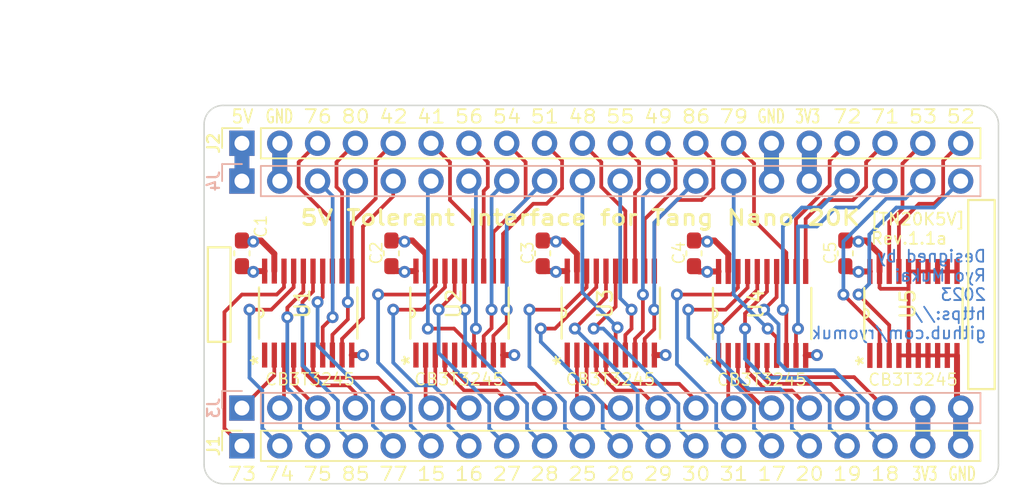
<source format=kicad_pcb>
(kicad_pcb (version 20221018) (generator pcbnew)
  (layers (0 "F.Cu" signal) (1 "In1.Cu" power) (2 "In2.Cu" power) (31 "B.Cu" signal) (34 "B.Paste" user) (35 "F.Paste" user) (36 "B.SilkS" user "B.Silkscreen") (37 "F.SilkS" user "F.Silkscreen") (38 "B.Mask" user) (39 "F.Mask" user) (44 "Edge.Cuts" user))
  (net 0 "")
  (net 1 "PIN73")
  (net 2 "PIN74")
  (net 3 "PIN75")
  (net 4 "PIN85")
  (net 5 "PIN77")
  (net 6 "PIN15")
  (net 7 "PIN16")
  (net 8 "PIN27")
  (net 9 "PIN28")
  (net 10 "PIN26")
  (net 11 "PIN25")
  (net 12 "PIN29")
  (net 13 "PIN30")
  (net 14 "PIN31")
  (net 15 "PIN17")
  (net 16 "PIN20")
  (net 17 "PIN19")
  (net 18 "PIN18")
  (net 19 "+3.3V")
  (net 20 "GND")
  (net 21 "+5V")
  (net 22 "PIN76")
  (net 23 "PIN80")
  (net 24 "PIN42")
  (net 25 "PIN41")
  (net 26 "PIN56")
  (net 27 "PIN54")
  (net 28 "PIN51")
  (net 29 "PIN48")
  (net 30 "PIN55")
  (net 31 "PIN49")
  (net 32 "PIN86")
  (net 33 "PIN79")
  (net 34 "PIN72")
  (net 35 "PIN71")
  (net 36 "PIN53")
  (net 37 "PIN52")
  (net 38 "PIN73_H")
  (net 39 "PIN74_H")
  (net 40 "PIN75_H")
  (net 41 "PIN85_H")
  (net 42 "PIN77_H")
  (net 43 "PIN15_H")
  (net 44 "PIN16_H")
  (net 45 "PIN27_H")
  (net 46 "PIN28_H")
  (net 47 "PIN26_H")
  (net 48 "PIN25_H")
  (net 49 "PIN29_H")
  (net 50 "PIN30_H")
  (net 51 "PIN31_H")
  (net 52 "PIN17_H")
  (net 53 "PIN20_H")
  (net 54 "PIN19_H")
  (net 55 "PIN18_H")
  (net 56 "PIN76_H")
  (net 57 "PIN80_H")
  (net 58 "PIN42_H")
  (net 59 "PIN41_H")
  (net 60 "PIN56_H")
  (net 61 "PIN54_H")
  (net 62 "PIN51_H")
  (net 63 "PIN48_H")
  (net 64 "PIN55_H")
  (net 65 "PIN49_H")
  (net 66 "PIN86_H")
  (net 67 "PIN79_H")
  (net 68 "PIN72_H")
  (net 69 "PIN71_H")
  (net 70 "PIN53_H")
  (net 71 "PIN52_H")
  (footprint "000_MyFootprint:PW20" (layer "F.Cu") (at 47.629 13.97 90)
    (fp_text reference "U5")
    (fp_text value "CB3T3245")
  )
  (footprint "000_MyFootprint:PinSocket_1x20_P2.54mm_Vertical" (layer "F.Cu") (at 2.54 2.54 90)
    (fp_text reference "J2")
    (fp_text value "TangNano20K")
  )
  (footprint "000_MyFootprint:PW20" (layer "F.Cu") (at 17.149 13.9446 90)
    (fp_text reference "U2")
    (fp_text value "CB3T3245")
  )
  (footprint "000_MyFootprint:C_0603_1608Metric_Pad1.08x0.95mm_HandSolder" (layer "F.Cu") (at 43.053 9.9325 90)
    (fp_text reference "C5")
    (fp_text value "0.1uF")
  )
  (footprint "000_MyFootprint:C_0603_1608Metric_Pad1.08x0.95mm_HandSolder" (layer "F.Cu") (at 12.573 9.9325 90)
    (fp_text reference "C2")
    (fp_text value "0.1uF")
  )
  (footprint "000_MyFootprint:PinSocket_1x20_P2.54mm_Vertical" (layer "F.Cu") (at 2.54 22.86 90)
    (fp_text reference "J1")
    (fp_text value "TangNano20K")
  )
  (footprint "000_MyFootprint:C_0603_1608Metric_Pad1.08x0.95mm_HandSolder" (layer "F.Cu") (at 32.893 9.9325 90)
    (fp_text reference "C4")
    (fp_text value "0.1uF")
  )
  (footprint "000_MyFootprint:C_0603_1608Metric_Pad1.08x0.95mm_HandSolder" (layer "F.Cu") (at 2.54 9.9325 90)
    (fp_text reference "C1")
    (fp_text value "0.1uF")
  )
  (footprint "000_MyFootprint:PW20" (layer "F.Cu") (at 6.989 13.9446 90)
    (fp_text reference "U1")
    (fp_text value "CB3T3245")
  )
  (footprint "000_MyFootprint:PW20" (layer "F.Cu") (at 37.469 13.97 90)
    (fp_text reference "U4")
    (fp_text value "CB3T3245")
  )
  (footprint "000_MyFootprint:PW20" (layer "F.Cu") (at 27.309 13.9446 90)
    (fp_text reference "U3")
    (fp_text value "CB3T3245")
  )
  (footprint "000_MyFootprint:C_0603_1608Metric_Pad1.08x0.95mm_HandSolder" (layer "F.Cu") (at 22.733 9.9325 90)
    (fp_text reference "C3")
    (fp_text value "0.1uF")
  )
  (footprint "000_MyFootprint:PinHeader_1x20_P2.54mm_Vertical" (layer "B.Cu") (at 2.54 5.08 -90)
    (fp_text reference "J4")
    (fp_text value "5V interface" hide)
  )
  (footprint "000_MyFootprint:PinHeader_1x20_P2.54mm_Vertical" (layer "B.Cu") (at 2.54 20.32 -90)
    (fp_text reference "J3")
    (fp_text value "5V interface" hide)
  )
  (gr_rect (start 0.254 9.525) (end 1.778 15.875) (stroke (width 0.15)) (fill none) (layer "F.SilkS"))
  (gr_rect (start 51.308 6.35) (end 53.086 19.05) (stroke (width 0.15)) (fill none) (layer "F.SilkS"))
  (gr_arc locked (start 52.07 0) (mid 52.968026 0.371974) (end 53.34 1.27) (stroke (width 0.1)) (layer "Edge.Cuts"))
  (gr_line locked (start 53.34 24.13) (end 53.34 1.27) (stroke (width 0.1)) (layer "Edge.Cuts"))
  (gr_line locked (start 52.07 0) (end 1.27 0) (stroke (width 0.1)) (layer "Edge.Cuts"))
  (gr_arc locked (start 1.27 25.4) (mid 0.371974 25.028026) (end 0 24.13) (stroke (width 0.1)) (layer "Edge.Cuts"))
  (gr_arc locked (start 53.34 24.13) (mid 52.968026 25.028026) (end 52.07 25.4) (stroke (width 0.1)) (layer "Edge.Cuts"))
  (gr_line locked (start 1.27 25.4) (end 52.07 25.4) (stroke (width 0.1)) (layer "Edge.Cuts"))
  (gr_arc locked (start 0 1.27) (mid 0.371974 0.371974) (end 1.27 0) (stroke (width 0.1)) (layer "Edge.Cuts"))
  (gr_line locked (start 0 1.27) (end 0 24.13) (stroke (width 0.1)) (layer "Edge.Cuts"))
  (gr_text "Designed by\nRyo Mukai\n2023\nhttps://\ngithub.com/ryomuk\n" (at 52.578 15.748) (layer "B.Cu") (effects (font (size 0.8 0.8) (thickness 0.12)) (justify left bottom mirror)))
  (gr_text "GND" (at 37.084 1.27) (layer "F.SilkS") (effects (font (size 0.9 0.6) (thickness 0.12)) (justify left bottom)))
  (gr_text "48" (at 24.384 1.27) (layer "F.SilkS") (effects (font (size 0.9 1) (thickness 0.12)) (justify left bottom)))
  (gr_text "30" (at 32.004 25.273) (layer "F.SilkS") (effects (font (size 0.9 1) (thickness 0.12)) (justify left bottom)))
  (gr_text "55" (at 26.924 1.27) (layer "F.SilkS") (effects (font (size 0.9 1) (thickness 0.12)) (justify left bottom)))
  (gr_text "3V3" (at 47.498 25.273) (layer "F.SilkS") (effects (font (size 0.9 0.6) (thickness 0.12)) (justify left bottom)))
  (gr_text "42" (at 11.684 1.27) (layer "F.SilkS") (effects (font (size 0.9 1) (thickness 0.12)) (justify left bottom)))
  (gr_text "5V" (at 1.778 1.27) (layer "F.SilkS") (effects (font (size 0.9 0.8) (thickness 0.12)) (justify left bottom)))
  (gr_text "GND" (at 4.064 1.27) (layer "F.SilkS") (effects (font (size 0.9 0.6) (thickness 0.12)) (justify left bottom)))
  (gr_text "56" (at 16.764 1.27) (layer "F.SilkS") (effects (font (size 0.9 1) (thickness 0.12)) (justify left bottom)))
  (gr_text "GND" (at 49.911 25.273) (layer "F.SilkS") (effects (font (size 0.9 0.6) (thickness 0.12)) (justify left bottom)))
  (gr_text "27" (at 19.304 25.273) (layer "F.SilkS") (effects (font (size 0.9 1) (thickness 0.12)) (justify left bottom)))
  (gr_text "51" (at 21.844 1.27) (layer "F.SilkS") (effects (font (size 0.9 1) (thickness 0.12)) (justify left bottom)))
  (gr_text "25" (at 24.384 25.273) (layer "F.SilkS") (effects (font (size 0.9 1) (thickness 0.12)) (justify left bottom)))
  (gr_text "16" (at 16.764 25.273) (layer "F.SilkS") (effects (font (size 0.9 1) (thickness 0.12)) (justify left bottom)))
  (gr_text "18" (at 44.704 25.273) (layer "F.SilkS") (effects (font (size 0.9 1) (thickness 0.12)) (justify left bottom)))
  (gr_text "17" (at 37.084 25.273) (layer "F.SilkS") (effects (font (size 0.9 1) (thickness 0.12)) (justify left bottom)))
  (gr_text "49" (at 29.464 1.27) (layer "F.SilkS") (effects (font (size 0.9 1) (thickness 0.12)) (justify left bottom)))
  (gr_text "20" (at 39.624 25.273) (layer "F.SilkS") (effects (font (size 0.9 1) (thickness 0.12)) (justify left bottom)))
  (gr_text "54" (at 19.304 1.27) (layer "F.SilkS") (effects (font (size 0.9 1) (thickness 0.12)) (justify left bottom)))
  (gr_text "76" (at 6.604 1.27) (layer "F.SilkS") (effects (font (size 0.9 1) (thickness 0.12)) (justify left bottom)))
  (gr_text "71" (at 44.704 1.27) (layer "F.SilkS") (effects (font (size 0.9 1) (thickness 0.12)) (justify left bottom)))
  (gr_text "77" (at 11.684 25.273) (layer "F.SilkS") (effects (font (size 0.9 1) (thickness 0.12)) (justify left bottom)))
  (gr_text "72" (at 42.164 1.27) (layer "F.SilkS") (effects (font (size 0.9 1) (thickness 0.12)) (justify left bottom)))
  (gr_text "79" (at 34.544 1.27) (layer "F.SilkS") (effects (font (size 0.9 1) (thickness 0.12)) (justify left bottom)))
  (gr_text "41" (at 14.224 1.27) (layer "F.SilkS") (effects (font (size 0.9 1) (thickness 0.12)) (justify left bottom)))
  (gr_text "85" (at 9.144 25.273) (layer "F.SilkS") (effects (font (size 0.9 1) (thickness 0.12)) (justify left bottom)))
  (gr_text "74" (at 4.064 25.273) (layer "F.SilkS") (effects (font (size 0.9 1) (thickness 0.12)) (justify left bottom)))
  (gr_text "19" (at 42.164 25.273) (layer "F.SilkS") (effects (font (size 0.9 1) (thickness 0.12)) (justify left bottom)))
  (gr_text "86" (at 32.004 1.27) (layer "F.SilkS") (effects (font (size 0.9 1) (thickness 0.12)) (justify left bottom)))
  (gr_text "73" (at 1.524 25.273) (layer "F.SilkS") (effects (font (size 0.9 1) (thickness 0.12)) (justify left bottom)))
  (gr_text "26" (at 26.924 25.273) (layer "F.SilkS") (effects (font (size 0.9 1) (thickness 0.12)) (justify left bottom)))
  (gr_text "75" (at 6.604 25.273) (layer "F.SilkS") (effects (font (size 0.9 1) (thickness 0.12)) (justify left bottom)))
  (gr_text "52" (at 49.784 1.27) (layer "F.SilkS") (effects (font (size 0.9 1) (thickness 0.12)) (justify left bottom)))
  (gr_text "80" (at 9.144 1.27) (layer "F.SilkS") (effects (font (size 0.9 1) (thickness 0.12)) (justify left bottom)))
  (gr_text "[TN20K5V]\nRev.1.1a" (at 44.704 9.398) (layer "F.SilkS") (effects (font (size 0.8 0.8) (thickness 0.12)) (justify left bottom)))
  (gr_text "31" (at 34.544 25.273) (layer "F.SilkS") (effects (font (size 0.9 1) (thickness 0.12)) (justify left bottom)))
  (gr_text "3V3" (at 39.624 1.27) (layer "F.SilkS") (effects (font (size 0.9 0.6) (thickness 0.12)) (justify left bottom)))
  (gr_text "15" (at 14.224 25.273) (layer "F.SilkS") (effects (font (size 0.9 1) (thickness 0.12)) (justify left bottom)))
  (gr_text "53" (at 47.244 1.27) (layer "F.SilkS") (effects (font (size 0.9 1) (thickness 0.12)) (justify left bottom)))
  (gr_text "5V Tolerant Interface for Tang Nano 20K" (at 6.35 8.128) (layer "F.SilkS") (effects (font (size 1 1.2) (thickness 0.2)) (justify left bottom)))
  (gr_text "29" (at 29.464 25.273) (layer "F.SilkS") (effects (font (size 0.9 1) (thickness 0.12)) (justify left bottom)))
  (gr_text "28" (at 21.844 25.273) (layer "F.SilkS") (effects (font (size 0.9 1) (thickness 0.12)) (justify left bottom)))
  (segment (start 4.877402 12.7) (end 2.54 12.7) (width 0.25) (layer "F.Cu") (net 1))
  (segment (start 1.365 21.685) (end 2.54 22.86) (width 0.25) (layer "F.Cu") (net 1))
  (segment (start 2.54 12.7) (end 1.365 13.875) (width 0.25) (layer "F.Cu") (net 1))
  (segment (start 5.364002 12.2134) (end 4.877402 12.7) (width 0.25) (layer "F.Cu") (net 1))
  (segment (start 5.364002 11.1252) (end 5.364002 12.2134) (width 0.25) (layer "F.Cu") (net 1))
  (segment (start 1.365 13.875) (end 1.365 21.685) (width 0.25) (layer "F.Cu") (net 1))
  (segment (start 6.014001 11.1252) (end 6.014001 12.2134) (width 0.25) (layer "F.Cu") (net 2))
  (segment (start 6.014001 12.2134) (end 4.511401 13.716) (width 0.25) (layer "F.Cu") (net 2))
  (segment (start 4.511401 13.716) (end 3.048 13.716) (width 0.25) (layer "F.Cu") (net 2))
  (via (at 3.048 13.716) (size 0.8) (drill 0.4) (layers "F.Cu" "B.Cu") (net 2))
  (segment (start 3.905 19.145) (end 3.905 21.685) (width 0.25) (layer "B.Cu") (net 2))
  (segment (start 3.048 13.716) (end 3.048 18.288) (width 0.25) (layer "B.Cu") (net 2))
  (segment (start 3.048 18.288) (end 3.905 19.145) (width 0.25) (layer "B.Cu") (net 2))
  (segment (start 3.905 21.685) (end 5.08 22.86) (width 0.25) (layer "B.Cu") (net 2))
  (segment (start 6.664002 12.502297) (end 5.588 13.578299) (width 0.25) (layer "F.Cu") (net 3))
  (segment (start 5.588 13.578299) (end 5.588 14.224) (width 0.25) (layer "F.Cu") (net 3))
  (segment (start 6.664002 11.1252) (end 6.664002 12.502297) (width 0.25) (layer "F.Cu") (net 3))
  (via (at 5.588 14.224) (size 0.8) (drill 0.4) (layers "F.Cu" "B.Cu") (net 3))
  (segment (start 5.588 18.976299) (end 6.445 19.833299) (width 0.25) (layer "B.Cu") (net 3))
  (segment (start 5.588 14.224) (end 5.588 18.976299) (width 0.25) (layer "B.Cu") (net 3))
  (segment (start 6.445 19.833299) (end 6.445 21.685) (width 0.25) (layer "B.Cu") (net 3))
  (segment (start 6.445 21.685) (end 7.62 22.86) (width 0.25) (layer "B.Cu") (net 3))
  (segment (start 7.314001 11.1252) (end 7.314001 12.488694) (width 0.25) (layer "F.Cu") (net 4))
  (segment (start 6.604 13.198695) (end 6.604 13.716) (width 0.25) (layer "F.Cu") (net 4))
  (segment (start 7.314001 12.488694) (end 6.604 13.198695) (width 0.25) (layer "F.Cu") (net 4))
  (via (at 6.604 13.716) (size 0.8) (drill 0.4) (layers "F.Cu" "B.Cu") (net 4))
  (segment (start 6.604 17.452299) (end 8.985 19.833299) (width 0.25) (layer "B.Cu") (net 4))
  (segment (start 6.604 13.716) (end 6.604 17.452299) (width 0.25) (layer "B.Cu") (net 4))
  (segment (start 8.985 19.833299) (end 8.985 21.685) (width 0.25) (layer "B.Cu") (net 4))
  (segment (start 8.985 21.685) (end 10.16 22.86) (width 0.25) (layer "B.Cu") (net 4))
  (segment (start 7.964002 11.1252) (end 7.964002 12.863998) (width 0.25) (layer "F.Cu") (net 5))
  (segment (start 7.964002 12.863998) (end 7.62 13.208) (width 0.25) (layer "F.Cu") (net 5))
  (via (at 7.62 13.208) (size 0.8) (drill 0.4) (layers "F.Cu" "B.Cu") (net 5))
  (segment (start 11.335 19.833299) (end 11.335 21.495) (width 0.25) (layer "B.Cu") (net 5))
  (segment (start 7.62 16.118299) (end 11.335 19.833299) (width 0.25) (layer "B.Cu") (net 5))
  (segment (start 7.62 13.208) (end 7.62 16.118299) (width 0.25) (layer "B.Cu") (net 5))
  (segment (start 11.335 21.495) (end 12.7 22.86) (width 0.25) (layer "B.Cu") (net 5))
  (segment (start 14.965201 12.7) (end 15.524002 12.141199) (width 0.25) (layer "F.Cu") (net 6))
  (segment (start 11.684 12.7) (end 14.965201 12.7) (width 0.25) (layer "F.Cu") (net 6))
  (segment (start 15.524002 12.141199) (end 15.524002 11.1252) (width 0.25) (layer "F.Cu") (net 6))
  (via (at 11.684 12.7) (size 0.8) (drill 0.4) (layers "F.Cu" "B.Cu") (net 6))
  (segment (start 11.684 17.272) (end 11.684 12.7) (width 0.25) (layer "B.Cu") (net 6))
  (segment (start 13.875 19.463) (end 11.684 17.272) (width 0.25) (layer "B.Cu") (net 6))
  (segment (start 13.875 21.495) (end 13.875 19.463) (width 0.25) (layer "B.Cu") (net 6))
  (segment (start 15.24 22.86) (end 13.875 21.495) (width 0.25) (layer "B.Cu") (net 6))
  (segment (start 16.174001 11.1252) (end 16.174001 12.2134) (width 0.25) (layer "F.Cu") (net 7))
  (segment (start 16.174001 12.2134) (end 14.671401 13.716) (width 0.25) (layer "F.Cu") (net 7))
  (segment (start 14.671401 13.716) (end 12.7 13.716) (width 0.25) (layer "F.Cu") (net 7))
  (via (at 12.7 13.716) (size 0.8) (drill 0.4) (layers "F.Cu" "B.Cu") (net 7))
  (segment (start 16.415 21.495) (end 16.415 19.833299) (width 0.25) (layer "B.Cu") (net 7))
  (segment (start 16.415 19.833299) (end 15.377701 18.796) (width 0.25) (layer "B.Cu") (net 7))
  (segment (start 14.224 18.796) (end 12.7 17.272) (width 0.25) (layer "B.Cu") (net 7))
  (segment (start 17.78 22.86) (end 16.415 21.495) (width 0.25) (layer "B.Cu") (net 7))
  (segment (start 15.377701 18.796) (end 14.224 18.796) (width 0.25) (layer "B.Cu") (net 7))
  (segment (start 12.7 17.272) (end 12.7 13.716) (width 0.25) (layer "B.Cu") (net 7))
  (segment (start 16.824002 12.639998) (end 15.748 13.716) (width 0.25) (layer "F.Cu") (net 8))
  (segment (start 16.824002 11.1252) (end 16.824002 12.639998) (width 0.25) (layer "F.Cu") (net 8))
  (via (at 15.748 13.716) (size 0.8) (drill 0.4) (layers "F.Cu" "B.Cu") (net 8))
  (segment (start 19.145 20.023299) (end 19.145 21.685) (width 0.25) (layer "B.Cu") (net 8))
  (segment (start 15.748 16.626299) (end 19.145 20.023299) (width 0.25) (layer "B.Cu") (net 8))
  (segment (start 15.748 13.716) (end 15.748 16.626299) (width 0.25) (layer "B.Cu") (net 8))
  (segment (start 19.145 21.685) (end 20.32 22.86) (width 0.25) (layer "B.Cu") (net 8))
  (segment (start 17.474001 11.1252) (end 17.474001 13.664001) (width 0.25) (layer "F.Cu") (net 9))
  (segment (start 17.474001 13.664001) (end 17.526 13.716) (width 0.25) (layer "F.Cu") (net 9))
  (via (at 17.526 13.716) (size 0.8) (drill 0.4) (layers "F.Cu" "B.Cu") (net 9))
  (segment (start 21.685 21.685) (end 22.86 22.86) (width 0.25) (layer "B.Cu") (net 9))
  (segment (start 17.526 15.864299) (end 21.685 20.023299) (width 0.25) (layer "B.Cu") (net 9))
  (segment (start 21.685 20.023299) (end 21.685 21.685) (width 0.25) (layer "B.Cu") (net 9))
  (segment (start 17.526 13.716) (end 17.526 15.864299) (width 0.25) (layer "B.Cu") (net 9))
  (segment (start 26.334001 11.1252) (end 26.334001 12.2134) (width 0.25) (layer "F.Cu") (net 10))
  (segment (start 26.334001 12.2134) (end 23.561401 14.986) (width 0.25) (layer "F.Cu") (net 10))
  (segment (start 23.561401 14.986) (end 22.606 14.986) (width 0.25) (layer "F.Cu") (net 10))
  (via (at 22.606 14.986) (size 0.8) (drill 0.4) (layers "F.Cu" "B.Cu") (net 10))
  (segment (start 26.765 20.023299) (end 26.765 21.685) (width 0.25) (layer "B.Cu") (net 10))
  (segment (start 22.606 14.986) (end 22.606 15.864299) (width 0.25) (layer "B.Cu") (net 10))
  (segment (start 22.606 15.864299) (end 26.765 20.023299) (width 0.25) (layer "B.Cu") (net 10))
  (segment (start 26.765 21.685) (end 27.94 22.86) (width 0.25) (layer "B.Cu") (net 10))
  (segment (start 24.181402 13.716) (end 21.844 13.716) (width 0.25) (layer "F.Cu") (net 11))
  (segment (start 25.684002 12.2134) (end 24.181402 13.716) (width 0.25) (layer "F.Cu") (net 11))
  (segment (start 25.684002 11.1252) (end 25.684002 12.2134) (width 0.25) (layer "F.Cu") (net 11))
  (via (at 21.844 13.716) (size 0.8) (drill 0.4) (layers "F.Cu" "B.Cu") (net 11))
  (segment (start 24.225 19.907) (end 24.225 21.685) (width 0.25) (layer "B.Cu") (net 11))
  (segment (start 24.225 21.685) (end 25.4 22.86) (width 0.25) (layer "B.Cu") (net 11))
  (segment (start 21.844 13.716) (end 21.844 17.526) (width 0.25) (layer "B.Cu") (net 11))
  (segment (start 21.844 17.526) (end 24.225 19.907) (width 0.25) (layer "B.Cu") (net 11))
  (segment (start 26.984002 11.1252) (end 26.984002 12.893998) (width 0.25) (layer "F.Cu") (net 12))
  (segment (start 26.984002 12.893998) (end 24.892 14.986) (width 0.25) (layer "F.Cu") (net 12))
  (via (at 24.892 14.986) (size 0.8) (drill 0.4) (layers "F.Cu" "B.Cu") (net 12))
  (segment (start 29.115 21.495) (end 30.48 22.86) (width 0.25) (layer "B.Cu") (net 12))
  (segment (start 24.892 14.986) (end 29.115 19.209) (width 0.25) (layer "B.Cu") (net 12))
  (segment (start 29.115 19.209) (end 29.115 21.495) (width 0.25) (layer "B.Cu") (net 12))
  (segment (start 27.634001 11.1252) (end 27.634001 13.513999) (width 0.25) (layer "F.Cu") (net 13))
  (segment (start 27.634001 13.513999) (end 26.162 14.986) (width 0.25) (layer "F.Cu") (net 13))
  (via (at 26.162 14.986) (size 0.8) (drill 0.4) (layers "F.Cu" "B.Cu") (net 13))
  (segment (start 26.807701 14.986) (end 31.845 20.023299) (width 0.25) (layer "B.Cu") (net 13))
  (segment (start 26.162 14.986) (end 26.807701 14.986) (width 0.25) (layer "B.Cu") (net 13))
  (segment (start 31.845 20.023299) (end 31.845 21.685) (width 0.25) (layer "B.Cu") (net 13))
  (segment (start 31.845 21.685) (end 33.02 22.86) (width 0.25) (layer "B.Cu") (net 13))
  (segment (start 35.382802 12.7) (end 31.75 12.7) (width 0.25) (layer "F.Cu") (net 14))
  (segment (start 35.844002 12.2388) (end 35.382802 12.7) (width 0.25) (layer "F.Cu") (net 14))
  (segment (start 35.844002 11.1506) (end 35.844002 12.2388) (width 0.25) (layer "F.Cu") (net 14))
  (via (at 31.75 12.7) (size 0.8) (drill 0.4) (layers "F.Cu" "B.Cu") (net 14))
  (segment (start 31.75 17.388299) (end 34.385 20.023299) (width 0.25) (layer "B.Cu") (net 14))
  (segment (start 34.385 21.685) (end 35.56 22.86) (width 0.25) (layer "B.Cu") (net 14))
  (segment (start 34.385 20.023299) (end 34.385 21.685) (width 0.25) (layer "B.Cu") (net 14))
  (segment (start 31.75 12.7) (end 31.75 17.388299) (width 0.25) (layer "B.Cu") (net 14))
  (segment (start 35.016801 13.716) (end 32.512 13.716) (width 0.25) (layer "F.Cu") (net 15))
  (segment (start 36.494001 11.1506) (end 36.494001 12.2388) (width 0.25) (layer "F.Cu") (net 15))
  (segment (start 36.494001 12.2388) (end 35.016801 13.716) (width 0.25) (layer "F.Cu") (net 15))
  (via (at 32.512 13.716) (size 0.8) (drill 0.4) (layers "F.Cu" "B.Cu") (net 15))
  (segment (start 36.925 20.023299) (end 36.925 21.685) (width 0.25) (layer "B.Cu") (net 15))
  (segment (start 36.925 21.685) (end 38.1 22.86) (width 0.25) (layer "B.Cu") (net 15))
  (segment (start 32.512 13.716) (end 32.512 15.610299) (width 0.25) (layer "B.Cu") (net 15))
  (segment (start 32.512 15.610299) (end 36.925 20.023299) (width 0.25) (layer "B.Cu") (net 15))
  (segment (start 37.144002 12.385998) (end 34.544 14.986) (width 0.25) (layer "F.Cu") (net 16))
  (segment (start 37.144002 11.1506) (end 37.144002 12.385998) (width 0.25) (layer "F.Cu") (net 16))
  (via (at 34.544 14.986) (size 0.8) (drill 0.4) (layers "F.Cu" "B.Cu") (net 16))
  (segment (start 39.465 21.685) (end 40.64 22.86) (width 0.25) (layer "B.Cu") (net 16))
  (segment (start 34.544 17.005903) (end 36.582049 19.043952) (width 0.25) (layer "B.Cu") (net 16))
  (segment (start 38.675653 19.043952) (end 39.465 19.833299) (width 0.25) (layer "B.Cu") (net 16))
  (segment (start 34.544 14.986) (end 34.544 17.005903) (width 0.25) (layer "B.Cu") (net 16))
  (segment (start 39.465 19.833299) (end 39.465 21.685) (width 0.25) (layer "B.Cu") (net 16))
  (segment (start 36.582049 19.043952) (end 38.675653 19.043952) (width 0.25) (layer "B.Cu") (net 16))
  (segment (start 37.794001 11.1506) (end 37.794001 12.497999) (width 0.25) (layer "F.Cu") (net 17))
  (segment (start 37.794001 12.497999) (end 36.322 13.97) (width 0.25) (layer "F.Cu") (net 17))
  (segment (start 36.322 13.97) (end 36.322 14.986) (width 0.25) (layer "F.Cu") (net 17))
  (via (at 36.322 14.986) (size 0.8) (drill 0.4) (layers "F.Cu" "B.Cu") (net 17))
  (segment (start 40.386 18.288) (end 42.005 19.907) (width 0.25) (layer "B.Cu") (net 17))
  (segment (start 42.005 21.685) (end 43.18 22.86) (width 0.25) (layer "B.Cu") (net 17))
  (segment (start 37.592 18.288) (end 40.386 18.288) (width 0.25) (layer "B.Cu") (net 17))
  (segment (start 36.322 14.986) (end 36.322 17.018) (width 0.25) (layer "B.Cu") (net 17))
  (segment (start 42.005 19.907) (end 42.005 21.685) (width 0.25) (layer "B.Cu") (net 17))
  (segment (start 36.322 17.018) (end 37.592 18.288) (width 0.25) (layer "B.Cu") (net 17))
  (segment (start 38.444002 12.872596) (end 37.600598 13.716) (width 0.25) (layer "F.Cu") (net 18))
  (segment (start 38.444002 11.1506) (end 38.444002 12.872596) (width 0.25) (layer "F.Cu") (net 18))
  (via (at 37.600598 13.716) (size 0.8) (drill 0.4) (layers "F.Cu" "B.Cu") (net 18))
  (segment (start 38.571 17.235) (end 39.116 17.78) (width 0.25) (layer "B.Cu") (net 18))
  (segment (start 42.301701 17.78) (end 44.545 20.023299) (width 0.25) (layer "B.Cu") (net 18))
  (segment (start 44.545 21.685) (end 45.72 22.86) (width 0.25) (layer "B.Cu") (net 18))
  (segment (start 44.545 20.023299) (end 44.545 21.685) (width 0.25) (layer "B.Cu") (net 18))
  (segment (start 39.116 17.78) (end 42.301701 17.78) (width 0.25) (layer "B.Cu") (net 18))
  (segment (start 38.571 14.686402) (end 38.571 17.235) (width 0.25) (layer "B.Cu") (net 18))
  (segment (start 37.600598 13.716) (end 38.571 14.686402) (width 0.25) (layer "B.Cu") (net 18))
  (segment (start 3.302 11.176) (end 3.2512 11.1252) (width 0.4) (layer "F.Cu") (net 19))
  (segment (start 33.2486 11.1506) (end 32.893 10.795) (width 0.4) (layer "F.Cu") (net 19))
  (segment (start 13.4112 11.1252) (end 12.9032 11.1252) (width 0.4) (layer "F.Cu") (net 19))
  (segment (start 33.7566 11.1506) (end 33.2486 11.1506) (width 0.4) (layer "F.Cu") (net 19))
  (segment (start 14.224002 11.1252) (end 13.5128 11.1252) (width 0.4) (layer "F.Cu") (net 19))
  (segment (start 2.8702 11.1252) (end 2.54 10.795) (width 0.4) (layer "F.Cu") (net 19))
  (segment (start 34.544002 11.1506) (end 33.8074 11.1506) (width 0.4) (layer "F.Cu") (net 19))
  (segment (start 13.5128 11.1252) (end 13.462 11.176) (width 0.4) (layer "F.Cu") (net 19))
  (segment (start 4.064002 11.1252) (end 3.3528 11.1252) (width 0.4) (layer "F.Cu") (net 19))
  (segment (start 23.6728 11.1252) (end 23.622 11.176) (width 0.4) (layer "F.Cu") (net 19))
  (segment (start 33.782 11.176) (end 33.7566 11.1506) (width 0.4) (layer "F.Cu") (net 19))
  (segment (start 23.0632 11.1252) (end 22.733 10.795) (width 0.4) (layer "F.Cu") (net 19))
  (segment (start 23.622 11.176) (end 23.5712 11.1252) (width 0.4) (layer "F.Cu") (net 19))
  (segment (start 44.704002 11.1506) (end 43.9674 11.1506) (width 0.4) (layer "F.Cu") (net 19))
  (segment (start 40.64 2.54) (end 40.64 5.08) (width 1) (layer "F.Cu") (net 19))
  (segment (start 43.4086 11.1506) (end 43.053 10.795) (width 0.4) (layer "F.Cu") (net 19))
  (segment (start 48.26 22.86) (end 48.26 20.32) (width 1) (layer "F.Cu") (net 19))
  (segment (start 13.462 11.176) (end 13.4112 11.1252) (width 0.4) (layer "F.Cu") (net 19))
  (segment (start 24.384002 11.1252) (end 23.6728 11.1252) (width 0.4) (layer "F.Cu") (net 19))
  (segment (start 23.5712 11.1252) (end 23.0632 11.1252) (width 0.4) (layer "F.Cu") (net 19))
  (segment (start 43.9166 11.1506) (end 43.4086 11.1506) (width 0.4) (layer "F.Cu") (net 19))
  (segment (start 3.2512 11.1252) (end 2.8702 11.1252) (width 0.4) (layer "F.Cu") (net 19))
  (segment (start 33.8074 11.1506) (end 33.782 11.176) (width 0.4) (layer "F.Cu") (net 19))
  (segment (start 43.9674 11.1506) (end 43.942 11.176) (width 0.4) (layer "F.Cu") (net 19))
  (segment (start 43.942 11.176) (end 43.9166 11.1506) (width 0.4) (layer "F.Cu") (net 19))
  (segment (start 3.3528 11.1252) (end 3.302 11.176) (width 0.4) (layer "F.Cu") (net 19))
  (segment (start 12.9032 11.1252) (end 12.573 10.795) (width 0.4) (layer "F.Cu") (net 19))
  (via (at 43.942 11.176) (size 0.8) (drill 0.4) (layers "F.Cu" "B.Cu") (net 19))
  (via (at 33.782 11.176) (size 0.8) (drill 0.4) (layers "F.Cu" "B.Cu") (net 19))
  (via (at 3.302 11.176) (size 0.8) (drill 0.4) (layers "F.Cu" "B.Cu") (net 19))
  (via (at 13.462 11.176) (size 0.8) (drill 0.4) (layers "F.Cu" "B.Cu") (net 19))
  (via (at 23.622 11.176) (size 0.8) (drill 0.4) (layers "F.Cu" "B.Cu") (net 19))
  (segment (start 48.26 22.86) (end 48.26 20.32) (width 1) (layer "B.Cu") (net 19))
  (segment (start 40.64 5.08) (end 40.64 2.54) (width 1) (layer "B.Cu") (net 19))
  (segment (start 47.229002 12.3138) (end 45.429001 12.3138) (width 0.25) (layer "F.Cu") (net 20))
  (segment (start 47.304002 12.2388) (end 47.229002 12.3138) (width 0.25) (layer "F.Cu") (net 20))
  (segment (start 3.376 9.07) (end 3.302 9.144) (width 0.4) (layer "F.Cu") (net 20))
  (segment (start 3.302 9.144) (end 3.228 9.07) (width 0.4) (layer "F.Cu") (net 20))
  (segment (start 4.714001 11.1252) (end 4.714001 9.959199) (width 0.4) (layer "F.Cu") (net 20))
  (segment (start 47.304002 11.1506) (end 47.304002 16.789397) (width 0.25) (layer "F.Cu") (net 20))
  (segment (start 45.429001 12.3138) (end 45.354001 12.2388) (width 0.25) (layer "F.Cu") (net 20))
  (segment (start 10.668 16.764) (end 9.913998 16.764) (width 0.4) (layer "F.Cu") (net 20))
  (segment (start 50.553998 20.073998) (end 50.8 20.32) (width 0.4) (layer "F.Cu") (net 20))
  (segment (start 38.1 2.54) (end 38.1 5.08) (width 1) (layer "F.Cu") (net 20))
  (segment (start 3.824802 9.07) (end 3.376 9.07) (width 0.4) (layer "F.Cu") (net 20))
  (segment (start 35.194001 11.1506) (end 35.194001 9.984599) (width 0.4) (layer "F.Cu") (net 20))
  (segment (start 50.8 22.86) (end 50.8 20.32) (width 1) (layer "F.Cu") (net 20))
  (segment (start 43.942 9.144) (end 43.868 9.07) (width 0.4) (layer "F.Cu") (net 20))
  (segment (start 13.536 9.07) (end 13.462 9.144) (width 0.4) (layer "F.Cu") (net 20))
  (segment (start 33.708 9.07) (end 32.893 9.07) (width 0.4) (layer "F.Cu") (net 20))
  (segment (start 46.654001 16.7894) (end 50.553998 16.7894) (width 0.25) (layer "F.Cu") (net 20))
  (segment (start 30.988 16.764) (end 30.233998 16.764) (width 0.4) (layer "F.Cu") (net 20))
  (segment (start 47.304002 16.789397) (end 47.303999 16.7894) (width 0.25) (layer "F.Cu") (net 20))
  (segment (start 13.462 9.144) (end 13.388 9.07) (width 0.4) (layer "F.Cu") (net 20))
  (segment (start 25.034001 9.959199) (end 24.144802 9.07) (width 0.4) (layer "F.Cu") (net 20))
  (segment (start 40.419398 16.764) (end 40.393998 16.7894) (width 0.4) (layer "F.Cu") (net 20))
  (segment (start 44.016 9.07) (end 43.942 9.144) (width 0.4) (layer "F.Cu") (net 20))
  (segment (start 33.782 9.144) (end 33.708 9.07) (width 0.4) (layer "F.Cu") (net 20))
  (segment (start 45.354001 12.2388) (end 45.354001 11.1506) (width 0.25) (layer "F.Cu") (net 20))
  (segment (start 24.144802 9.07) (end 23.696 9.07) (width 0.4) (layer "F.Cu") (net 20))
  (segment (start 25.034001 11.1252) (end 25.034001 9.959199) (width 0.4) (layer "F.Cu") (net 20))
  (segment (start 3.228 9.07) (end 2.54 9.07) (width 0.4) (layer "F.Cu") (net 20))
  (segment (start 23.696 9.07) (end 23.622 9.144) (width 0.4) (layer "F.Cu") (net 20))
  (segment (start 14.874001 11.1252) (end 14.874001 9.959199) (width 0.4) (layer "F.Cu") (net 20))
  (segment (start 34.279402 9.07) (end 33.856 9.07) (width 0.4) (layer "F.Cu") (net 20))
  (segment (start 44.439402 9.07) (end 44.016 9.07) (width 0.4) (layer "F.Cu") (net 20))
  (segment (start 47.304002 11.1506) (end 47.304002 12.2388) (width 0.25) (layer "F.Cu") (net 20))
  (segment (start 45.354001 9.984599) (end 44.439402 9.07) (width 0.4) (layer "F.Cu") (net 20))
  (segment (start 13.984802 9.07) (end 13.536 9.07) (width 0.4) (layer "F.Cu") (net 20))
  (segment (start 23.622 9.144) (end 23.548 9.07) (width 0.4) (layer "F.Cu") (net 20))
  (segment (start 50.553998 16.7894) (end 50.553998 20.073998) (width 0.4) (layer "F.Cu") (net 20))
  (segment (start 13.388 9.07) (end 12.573 9.07) (width 0.4) (layer "F.Cu") (net 20))
  (segment (start 41.148 16.764) (end 40.419398 16.764) (width 0.4) (layer "F.Cu") (net 20))
  (segment (start 35.194001 9.984599) (end 34.279402 9.07) (width 0.4) (layer "F.Cu") (net 20))
  (segment (start 50.554 11.1506) (end 47.304002 11.1506) (width 0.25) (layer "F.Cu") (net 20))
  (segment (start 14.874001 9.959199) (end 13.984802 9.07) (width 0.4) (layer "F.Cu") (net 20))
  (segment (start 45.354001 11.1506) (end 45.354001 9.984599) (width 0.4) (layer "F.Cu") (net 20))
  (segment (start 5.08 2.54) (end 5.08 5.08) (width 1) (layer "F.Cu") (net 20))
  (segment (start 23.548 9.07) (end 22.733 9.07) (width 0.4) (layer "F.Cu") (net 20))
  (segment (start 33.856 9.07) (end 33.782 9.144) (width 0.4) (layer "F.Cu") (net 20))
  (segment (start 4.714001 9.959199) (end 3.824802 9.07) (width 0.4) (layer "F.Cu") (net 20))
  (segment (start 20.828 16.764) (end 20.073998 16.764) (width 0.4) (layer "F.Cu") (net 20))
  (segment (start 43.868 9.07) (end 43.053 9.07) (width 0.4) (layer "F.Cu") (net 20))
  (via (at 3.302 9.144) (size 0.8) (drill 0.4) (layers "F.Cu" "B.Cu") (net 20))
  (via (at 23.622 9.144) (size 0.8) (drill 0.4) (layers "F.Cu" "B.Cu") (net 20))
  (via (at 43.942 9.144) (size 0.8) (drill 0.4) (layers "F.Cu" "B.Cu") (net 20))
  (via (at 33.782 9.144) (size 0.8) (drill 0.4) (layers "F.Cu" "B.Cu") (net 20))
  (via (at 13.462 9.144) (size 0.8) (drill 0.4) (layers "F.Cu" "B.Cu") (net 20))
  (via (at 10.668 16.764) (size 0.8) (drill 0.4) (layers "F.Cu" "B.Cu") (net 20))
  (via (at 30.988 16.764) (size 0.8) (drill 0.4) (layers "F.Cu" "B.Cu") (net 20))
  (via (at 41.148 16.764) (size 0.8) (drill 0.4) (layers "F.Cu" "B.Cu") (net 20))
  (via (at 20.828 16.764) (size 0.8) (drill 0.4) (layers "F.Cu" "B.Cu") (net 20))
  (segment (start 5.08 5.08) (end 5.08 2.54) (width 1) (layer "B.Cu") (net 20))
  (segment (start 38.1 5.08) (end 38.1 2.54) (width 1) (layer "B.Cu") (net 20))
  (segment (start 50.8 22.86) (end 50.8 20.32) (width 1) (layer "B.Cu") (net 20))
  (segment (start 2.54 2.54) (end 2.54 5.08) (width 1) (layer "F.Cu") (net 21))
  (segment (start 2.54 5.08) (end 2.54 2.54) (width 1) (layer "B.Cu") (net 21))
  (segment (start 8.614001 7.735702) (end 6.35 5.471701) (width 0.25) (layer "F.Cu") (net 22))
  (segment (start 6.35 5.471701) (end 6.35 3.81) (width 0.25) (layer "F.Cu") (net 22))
  (segment (start 6.35 3.81) (end 7.62 2.54) (width 0.25) (layer "F.Cu") (net 22))
  (segment (start 8.614001 11.1252) (end 8.614001 7.735702) (width 0.25) (layer "F.Cu") (net 22))
  (segment (start 8.89 3.81) (end 10.16 2.54) (width 0.25) (layer "F.Cu") (net 23))
  (segment (start 9.264002 5.845703) (end 8.89 5.471701) (width 0.25) (layer "F.Cu") (net 23))
  (segment (start 9.264002 11.1252) (end 9.264002 5.845703) (width 0.25) (layer "F.Cu") (net 23))
  (segment (start 8.89 5.471701) (end 8.89 3.81) (width 0.25) (layer "F.Cu") (net 23))
  (segment (start 11.525 3.715) (end 12.7 2.54) (width 0.25) (layer "F.Cu") (net 24))
  (segment (start 9.914 7.866) (end 11.525 6.255) (width 0.25) (layer "F.Cu") (net 24))
  (segment (start 9.914 11.1252) (end 9.914 7.866) (width 0.25) (layer "F.Cu") (net 24))
  (segment (start 11.525 6.255) (end 11.525 3.715) (width 0.25) (layer "F.Cu") (net 24))
  (segment (start 16.51 3.81) (end 15.24 2.54) (width 0.25) (layer "F.Cu") (net 25))
  (segment (start 18.124002 11.1252) (end 18.124002 7.964002) (width 0.25) (layer "F.Cu") (net 25))
  (segment (start 18.124002 7.964002) (end 16.51 6.35) (width 0.25) (layer "F.Cu") (net 25))
  (segment (start 16.51 6.35) (end 16.51 3.81) (width 0.25) (layer "F.Cu") (net 25))
  (segment (start 18.774001 11.1252) (end 18.774001 5.7477) (width 0.25) (layer "F.Cu") (net 26))
  (segment (start 19.05 5.471701) (end 19.05 3.81) (width 0.25) (layer "F.Cu") (net 26))
  (segment (start 19.05 3.81) (end 17.78 2.54) (width 0.25) (layer "F.Cu") (net 26))
  (segment (start 18.774001 5.7477) (end 19.05 5.471701) (width 0.25) (layer "F.Cu") (net 26))
  (segment (start 21.59 3.81) (end 20.32 2.54) (width 0.25) (layer "F.Cu") (net 27))
  (segment (start 21.59 6.35) (end 21.59 3.81) (width 0.25) (layer "F.Cu") (net 27))
  (segment (start 19.424002 8.515998) (end 21.59 6.35) (width 0.25) (layer "F.Cu") (net 27))
  (segment (start 19.424002 11.1252) (end 19.424002 8.515998) (width 0.25) (layer "F.Cu") (net 27))
  (segment (start 22.997701 6.604) (end 24.035 5.566701) (width 0.25) (layer "F.Cu") (net 28))
  (segment (start 24.035 5.566701) (end 24.035 3.715) (width 0.25) (layer "F.Cu") (net 28))
  (segment (start 20.074 8.628) (end 22.098 6.604) (width 0.25) (layer "F.Cu") (net 28))
  (segment (start 20.074 11.1252) (end 20.074 8.628) (width 0.25) (layer "F.Cu") (net 28))
  (segment (start 24.035 3.715) (end 22.86 2.54) (width 0.25) (layer "F.Cu") (net 28))
  (segment (start 22.098 6.604) (end 22.997701 6.604) (width 0.25) (layer "F.Cu") (net 28))
  (segment (start 28.284002 7.085703) (end 26.67 5.471701) (width 0.25) (layer "F.Cu") (net 29))
  (segment (start 28.284002 11.1252) (end 28.284002 7.085703) (width 0.25) (layer "F.Cu") (net 29))
  (segment (start 26.67 3.81) (end 25.4 2.54) (width 0.25) (layer "F.Cu") (net 29))
  (segment (start 26.67 5.471701) (end 26.67 3.81) (width 0.25) (layer "F.Cu") (net 29))
  (segment (start 28.934001 5.863999) (end 29.21 5.588) (width 0.25) (layer "F.Cu") (net 30))
  (segment (start 28.934001 11.1252) (end 28.934001 5.863999) (width 0.25) (layer "F.Cu") (net 30))
  (segment (start 29.21 3.81) (end 27.94 2.54) (width 0.25) (layer "F.Cu") (net 30))
  (segment (start 29.21 5.588) (end 29.21 3.81) (width 0.25) (layer "F.Cu") (net 30))
  (segment (start 29.584002 11.1252) (end 29.584002 7.637699) (width 0.25) (layer "F.Cu") (net 31))
  (segment (start 29.584002 7.637699) (end 31.655 5.566701) (width 0.25) (layer "F.Cu") (net 31))
  (segment (start 31.655 3.715) (end 30.48 2.54) (width 0.25) (layer "F.Cu") (net 31))
  (segment (start 31.655 5.566701) (end 31.655 3.715) (width 0.25) (layer "F.Cu") (net 31))
  (segment (start 30.234 11.1252) (end 30.234 7.866) (width 0.25) (layer "F.Cu") (net 32))
  (segment (start 34.195 5.566701) (end 34.195 3.715) (width 0.25) (layer "F.Cu") (net 32))
  (segment (start 34.195 3.715) (end 33.02 2.54) (width 0.25) (layer "F.Cu") (net 32))
  (segment (start 30.234 7.866) (end 31.75 6.35) (width 0.25) (layer "F.Cu") (net 32))
  (segment (start 33.411701 6.35) (end 34.195 5.566701) (width 0.25) (layer "F.Cu") (net 32))
  (segment (start 31.75 6.35) (end 33.411701 6.35) (width 0.25) (layer "F.Cu") (net 32))
  (segment (start 36.925 3.905) (end 35.56 2.54) (width 0.25) (layer "F.Cu") (net 33))
  (segment (start 39.094001 9.884001) (end 36.925 7.715) (width 0.25) (layer "F.Cu") (net 33))
  (segment (start 39.094001 11.1506) (end 39.094001 9.884001) (width 0.25) (layer "F.Cu") (net 33))
  (segment (start 36.925 7.715) (end 36.925 3.905) (width 0.25) (layer "F.Cu") (net 33))
  (segment (start 39.744002 11.1506) (end 39.744002 7.637699) (width 0.25) (layer "F.Cu") (net 34))
  (segment (start 42.005 5.376701) (end 42.005 3.715) (width 0.25) (layer "F.Cu") (net 34))
  (segment (start 42.005 3.715) (end 43.18 2.54) (width 0.25) (layer "F.Cu") (net 34))
  (segment (start 39.744002 7.637699) (end 42.005 5.376701) (width 0.25) (layer "F.Cu") (net 34))
  (segment (start 40.394 11.1506) (end 40.394 7.624097) (width 0.25) (layer "F.Cu") (net 35))
  (segment (start 43.565653 6.356048) (end 44.45 5.471701) (width 0.25) (layer "F.Cu") (net 35))
  (segment (start 41.662049 6.356048) (end 43.565653 6.356048) (width 0.25) (layer "F.Cu") (net 35))
  (segment (start 40.394 7.624097) (end 41.662049 6.356048) (width 0.25) (layer "F.Cu") (net 35))
  (segment (start 44.45 5.471701) (end 44.45 3.81) (width 0.25) (layer "F.Cu") (net 35))
  (segment (start 44.45 3.81) (end 45.72 2.54) (width 0.25) (layer "F.Cu") (net 35))
  (segment (start 46.895 6.953) (end 46.895 3.905) (width 0.25) (layer "F.Cu") (net 36))
  (segment (start 46.004002 7.843998) (end 46.895 6.953) (width 0.25) (layer "F.Cu") (net 36))
  (segment (start 46.004002 11.1506) (end 46.004002 7.843998) (width 0.25) (layer "F.Cu") (net 36))
  (segment (start 46.895 3.905) (end 48.26 2.54) (width 0.25) (layer "F.Cu") (net 36))
  (segment (start 49.625 6.001) (end 49.625 3.715) (width 0.25) (layer "F.Cu") (net 37))
  (segment (start 46.654001 11.1506) (end 46.654001 7.955999) (width 0.25) (layer "F.Cu") (net 37))
  (segment (start 49.022 6.604) (end 49.625 6.001) (width 0.25) (layer "F.Cu") (net 37))
  (segment (start 49.625 3.715) (end 50.8 2.54) (width 0.25) (layer "F.Cu") (net 37))
  (segment (start 46.654001 7.955999) (end 48.006 6.604) (width 0.25) (layer "F.Cu") (net 37))
  (segment (start 48.006 6.604) (end 49.022 6.604) (width 0.25) (layer "F.Cu") (net 37))
  (segment (start 4.714001 18.145999) (end 2.54 20.32) (width 0.25) (layer "F.Cu") (net 38))
  (segment (start 4.714001 16.764) (end 4.714001 18.145999) (width 0.25) (layer "F.Cu") (net 38))
  (segment (start 5.363999 20.036001) (end 5.08 20.32) (width 0.25) (layer "F.Cu") (net 39))
  (segment (start 5.363999 16.764) (end 5.363999 20.036001) (width 0.25) (layer "F.Cu") (net 39))
  (segment (start 6.014001 18.714001) (end 7.62 20.32) (width 0.25) (layer "F.Cu") (net 40))
  (segment (start 6.014001 16.764) (end 6.014001 18.714001) (width 0.25) (layer "F.Cu") (net 40))
  (segment (start 6.663999 16.764) (end 6.663999 17.8522) (width 0.25) (layer "F.Cu") (net 41))
  (segment (start 6.663999 17.8522) (end 7.607799 18.796) (width 0.25) (layer "F.Cu") (net 41))
  (segment (start 10.16 19.304) (end 10.16 20.32) (width 0.25) (layer "F.Cu") (net 41))
  (segment (start 7.607799 18.796) (end 9.652 18.796) (width 0.25) (layer "F.Cu") (net 41))
  (segment (start 9.652 18.796) (end 10.16 19.304) (width 0.25) (layer "F.Cu") (net 41))
  (segment (start 7.313998 17.8522) (end 7.749798 18.288) (width 0.25) (layer "F.Cu") (net 42))
  (segment (start 11.684 18.288) (end 12.7 19.304) (width 0.25) (layer "F.Cu") (net 42))
  (segment (start 12.7 19.304) (end 12.7 20.32) (width 0.25) (layer "F.Cu") (net 42))
  (segment (start 7.749798 18.288) (end 11.684 18.288) (width 0.25) (layer "F.Cu") (net 42))
  (segment (start 7.313998 16.764) (end 7.313998 17.8522) (width 0.25) (layer "F.Cu") (net 42))
  (segment (start 14.874001 16.764) (end 14.874001 19.954001) (width 0.25) (layer "F.Cu") (net 43))
  (segment (start 14.874001 19.954001) (end 15.24 20.32) (width 0.25) (layer "F.Cu") (net 43))
  (segment (start 15.523999 16.764) (end 15.523999 18.942298) (width 0.25) (layer "F.Cu") (net 44))
  (segment (start 15.523999 18.942298) (end 16.901701 20.32) (width 0.25) (layer "F.Cu") (net 44))
  (segment (start 16.901701 20.32) (end 17.78 20.32) (width 0.25) (layer "F.Cu") (net 44))
  (segment (start 19.653 19.145) (end 20.32 19.812) (width 0.25) (layer "F.Cu") (net 45))
  (segment (start 17.466801 19.145) (end 19.653 19.145) (width 0.25) (layer "F.Cu") (net 45))
  (segment (start 16.174001 17.8522) (end 17.466801 19.145) (width 0.25) (layer "F.Cu") (net 45))
  (segment (start 16.174001 16.764) (end 16.174001 17.8522) (width 0.25) (layer "F.Cu") (net 45))
  (segment (start 20.32 19.812) (end 20.32 20.32) (width 0.25) (layer "F.Cu") (net 45))
  (segment (start 22.251 18.695) (end 22.86 19.304) (width 0.25) (layer "F.Cu") (net 46))
  (segment (start 22.86 19.304) (end 22.86 20.32) (width 0.25) (layer "F.Cu") (net 46))
  (segment (start 16.823999 16.764) (end 16.823999 17.8522) (width 0.25) (layer "F.Cu") (net 46))
  (segment (start 17.666799 18.695) (end 22.251 18.695) (width 0.25) (layer "F.Cu") (net 46))
  (segment (start 16.823999 17.8522) (end 17.666799 18.695) (width 0.25) (layer "F.Cu") (net 46))
  (segment (start 25.683999 16.764) (end 25.683999 18.942298) (width 0.25) (layer "F.Cu") (net 47))
  (segment (start 25.683999 18.942298) (end 27.061701 20.32) (width 0.25) (layer "F.Cu") (net 47))
  (segment (start 27.061701 20.32) (end 27.94 20.32) (width 0.25) (layer "F.Cu") (net 47))
  (segment (start 25.034001 19.954001) (end 25.4 20.32) (width 0.25) (layer "F.Cu") (net 48))
  (segment (start 25.034001 16.764) (end 25.034001 19.954001) (width 0.25) (layer "F.Cu") (net 48))
  (segment (start 26.334001 17.8522) (end 27.626801 19.145) (width 0.25) (layer "F.Cu") (net 49))
  (segment (start 27.626801 19.145) (end 29.305 19.145) (width 0.25) (layer "F.Cu") (net 49))
  (segment (start 26.334001 16.764) (end 26.334001 17.8522) (width 0.25) (layer "F.Cu") (net 49))
  (segment (start 29.305 19.145) (end 30.48 20.32) (width 0.25) (layer "F.Cu") (net 49))
  (segment (start 33.02 19.812) (end 33.02 20.32) (width 0.25) (layer "F.Cu") (net 50))
  (segment (start 27.826799 18.695) (end 31.903 18.695) (width 0.25) (layer "F.Cu") (net 50))
  (segment (start 31.903 18.695) (end 33.02 19.812) (width 0.25) (layer "F.Cu") (net 50))
  (segment (start 26.983999 17.8522) (end 27.826799 18.695) (width 0.25) (layer "F.Cu") (net 50))
  (segment (start 26.983999 16.764) (end 26.983999 17.8522) (width 0.25) (layer "F.Cu") (net 50))
  (segment (start 35.194001 16.7894) (end 35.194001 19.954001) (width 0.25) (layer "F.Cu") (net 51))
  (segment (start 35.194001 19.954001) (end 35.56 20.32) (width 0.25) (layer "F.Cu") (net 51))
  (segment (start 37.592 20.32) (end 38.1 20.32) (width 0.25) (layer "F.Cu") (net 52))
  (segment (start 35.843999 18.571999) (end 37.592 20.32) (width 0.25) (layer "F.Cu") (net 52))
  (segment (start 35.843999 16.7894) (end 35.843999 18.571999) (width 0.25) (layer "F.Cu") (net 52))
  (segment (start 36.494001 16.7894) (end 36.494001 17.8776) (width 0.25) (layer "F.Cu") (net 53))
  (segment (start 39.465 19.145) (end 40.64 20.32) (width 0.25) (layer "F.Cu") (net 53))
  (segment (start 37.761401 19.145) (end 39.465 19.145) (width 0.25) (layer "F.Cu") (net 53))
  (segment (start 36.494001 17.8776) (end 37.761401 19.145) (width 0.25) (layer "F.Cu") (net 53))
  (segment (start 43.18 19.812) (end 43.18 20.32) (width 0.25) (layer "F.Cu") (net 54))
  (segment (start 37.143999 17.8776) (end 37.961399 18.695) (width 0.25) (layer "F.Cu") (net 54))
  (segment (start 42.063 18.695) (end 43.18 19.812) (width 0.25) (layer "F.Cu") (net 54))
  (segment (start 37.143999 16.7894) (end 37.143999 17.8776) (width 0.25) (layer "F.Cu") (net 54))
  (segment (start 37.961399 18.695) (end 42.063 18.695) (width 0.25) (layer "F.Cu") (net 54))
  (segment (start 37.793998 16.7894) (end 37.793998 17.8776) (width 0.25) (layer "F.Cu") (net 55))
  (segment (start 38.161398 18.245) (end 43.645 18.245) (width 0.25) (layer "F.Cu") (net 55))
  (segment (start 37.793998 17.8776) (end 38.161398 18.245) (width 0.25) (layer "F.Cu") (net 55))
  (segment (start 43.645 18.245) (end 45.72 20.32) (width 0.25) (layer "F.Cu") (net 55))
  (segment (start 7.963999 14.887403) (end 8.631701 14.219701) (width 0.25) (layer "F.Cu") (net 56))
  (segment (start 7.963999 16.764) (end 7.963999 14.887403) (width 0.25) (layer "F.Cu") (net 56))
  (via (at 8.631701 14.219701) (size 0.8) (drill 0.4) (layers "F.Cu" "B.Cu") (net 56))
  (segment (start 8.631701 6.091701) (end 7.62 5.08) (width 0.25) (layer "B.Cu") (net 56))
  (segment (start 8.631701 14.219701) (end 8.631701 6.091701) (width 0.25) (layer "B.Cu") (net 56))
  (segment (start 9.652 14.362799) (end 9.652 13.208) (width 0.25) (layer "F.Cu") (net 57))
  (segment (start 8.613998 16.764) (end 8.613998 15.400801) (width 0.25) (layer "F.Cu") (net 57))
  (segment (start 8.613998 15.400801) (end 9.652 14.362799) (width 0.25) (layer "F.Cu") (net 57))
  (via (at 9.652 13.208) (size 0.8) (drill 0.4) (layers "F.Cu" "B.Cu") (net 57))
  (segment (start 9.652 13.208) (end 9.652 5.588) (width 0.25) (layer "B.Cu") (net 57))
  (segment (start 9.652 5.588) (end 10.16 5.08) (width 0.25) (layer "B.Cu") (net 57))
  (segment (start 10.668 8.128) (end 12.7 6.096) (width 0.25) (layer "F.Cu") (net 58))
  (segment (start 10.668 14.271799) (end 10.668 8.128) (width 0.25) (layer "F.Cu") (net 58))
  (segment (start 9.263999 16.764) (end 9.263999 15.6758) (width 0.25) (layer "F.Cu") (net 58))
  (segment (start 9.263999 15.6758) (end 10.668 14.271799) (width 0.25) (layer "F.Cu") (net 58))
  (segment (start 12.7 6.096) (end 12.7 5.08) (width 0.25) (layer "F.Cu") (net 58))
  (segment (start 17.473998 16.764) (end 17.473998 15.6758) (width 0.25) (layer "F.Cu") (net 59))
  (segment (start 16.784198 14.986) (end 15.0235 14.986) (width 0.25) (layer "F.Cu") (net 59))
  (segment (start 17.473998 15.6758) (end 16.784198 14.986) (width 0.25) (layer "F.Cu") (net 59))
  (via (at 15.0235 14.986) (size 0.8) (drill 0.4) (layers "F.Cu" "B.Cu") (net 59))
  (segment (start 15.0235 5.2965) (end 15.24 5.08) (width 0.25) (layer "B.Cu") (net 59))
  (segment (start 15.0235 14.986) (end 15.0235 5.2965) (width 0.25) (layer "B.Cu") (net 59))
  (segment (start 18.123999 16.764) (end 18.123999 15.112501) (width 0.25) (layer "F.Cu") (net 60))
  (segment (start 18.123999 15.112501) (end 18.2505 14.986) (width 0.25) (layer "F.Cu") (net 60))
  (via (at 18.2505 14.986) (size 0.8) (drill 0.4) (layers "F.Cu" "B.Cu") (net 60))
  (segment (start 18.2505 14.986) (end 18.2505 5.5505) (width 0.25) (layer "B.Cu") (net 60))
  (segment (start 18.2505 5.5505) (end 17.78 5.08) (width 0.25) (layer "B.Cu") (net 60))
  (segment (start 18.773998 16.764) (end 18.773998 15.487807) (width 0.25) (layer "F.Cu") (net 61))
  (segment (start 19.304 14.957805) (end 19.304 13.716) (width 0.25) (layer "F.Cu") (net 61))
  (segment (start 18.773998 15.487807) (end 19.304 14.957805) (width 0.25) (layer "F.Cu") (net 61))
  (via (at 19.304 13.716) (size 0.8) (drill 0.4) (layers "F.Cu" "B.Cu") (net 61))
  (segment (start 19.304 13.716) (end 19.304 6.096) (width 0.25) (layer "B.Cu") (net 61))
  (segment (start 19.304 6.096) (end 20.32 5.08) (width 0.25) (layer "B.Cu") (net 61))
  (segment (start 20.32 14.578201) (end 20.32 13.716) (width 0.25) (layer "F.Cu") (net 62))
  (segment (start 19.423999 15.474202) (end 20.32 14.578201) (width 0.25) (layer "F.Cu") (net 62))
  (segment (start 19.423999 16.764) (end 19.423999 15.474202) (width 0.25) (layer "F.Cu") (net 62))
  (via (at 20.32 13.716) (size 0.8) (drill 0.4) (layers "F.Cu" "B.Cu") (net 62))
  (segment (start 20.32 7.62) (end 22.86 5.08) (width 0.25) (layer "B.Cu") (net 62))
  (segment (start 20.32 13.716) (end 20.32 7.62) (width 0.25) (layer "B.Cu") (net 62))
  (segment (start 27.633998 16.764) (end 27.633998 15.038001) (width 0.25) (layer "F.Cu") (net 63))
  (segment (start 27.633998 15.038001) (end 27.759149 14.91285) (width 0.25) (layer "F.Cu") (net 63))
  (via (at 27.759149 14.91285) (size 0.8) (drill 0.4) (layers "F.Cu" "B.Cu") (net 63))
  (segment (start 25.4 12.553701) (end 25.4 5.08) (width 0.25) (layer "B.Cu") (net 63))
  (segment (start 27.759149 14.91285) (end 25.4 12.553701) (width 0.25) (layer "B.Cu") (net 63))
  (segment (start 28.283999 16.764) (end 28.283999 15.413305) (width 0.25) (layer "F.Cu") (net 64))
  (segment (start 28.702 14.995304) (end 28.702 13.716) (width 0.25) (layer "F.Cu") (net 64))
  (segment (start 28.283999 15.413305) (end 28.702 14.995304) (width 0.25) (layer "F.Cu") (net 64))
  (via (at 28.702 13.716) (size 0.8) (drill 0.4) (layers "F.Cu" "B.Cu") (net 64))
  (segment (start 27.94 12.954) (end 27.94 5.08) (width 0.25) (layer "B.Cu") (net 64))
  (segment (start 28.702 13.716) (end 27.94 12.954) (width 0.25) (layer "B.Cu") (net 64))
  (segment (start 29.464 15.145798) (end 29.464 12.7) (width 0.25) (layer "F.Cu") (net 65))
  (segment (start 28.933998 15.6758) (end 29.464 15.145798) (width 0.25) (layer "F.Cu") (net 65))
  (segment (start 28.933998 16.764) (end 28.933998 15.6758) (width 0.25) (layer "F.Cu") (net 65))
  (via (at 29.464 12.7) (size 0.8) (drill 0.4) (layers "F.Cu" "B.Cu") (net 65))
  (segment (start 29.464 12.7) (end 29.464 6.096) (width 0.25) (layer "B.Cu") (net 65))
  (segment (start 29.464 6.096) (end 30.48 5.08) (width 0.25) (layer "B.Cu") (net 65))
  (segment (start 29.583999 15.662195) (end 30.226 15.020194) (width 0.25) (layer "F.Cu") (net 66))
  (segment (start 29.583999 16.764) (end 29.583999 15.662195) (width 0.25) (layer "F.Cu") (net 66))
  (segment (start 30.226 15.020194) (end 30.226 13.716) (width 0.25) (layer "F.Cu") (net 66))
  (via (at 30.226 13.716) (size 0.8) (drill 0.4) (layers "F.Cu" "B.Cu") (net 66))
  (segment (start 30.226 13.716) (end 30.226 7.874) (width 0.25) (layer "B.Cu") (net 66))
  (segment (start 30.226 7.874) (end 33.02 5.08) (width 0.25) (layer "B.Cu") (net 66))
  (segment (start 38.443999 15.583999) (end 37.846 14.986) (width 0.25) (layer "F.Cu") (net 67))
  (segment (start 38.443999 16.7894) (end 38.443999 15.583999) (width 0.25) (layer "F.Cu") (net 67))
  (via (at 37.846 14.986) (size 0.8) (drill 0.4) (layers "F.Cu" "B.Cu") (net 67))
  (segment (start 37.846 14.986) (end 35.56 12.7) (width 0.25) (layer "B.Cu") (net 67))
  (segment (start 35.56 12.7) (end 35.56 5.08) (width 0.25) (layer "B.Cu") (net 67))
  (segment (start 39.093998 13.947998) (end 38.862 13.716) (width 0.25) (layer "F.Cu") (net 68))
  (segment (start 39.093998 16.7894) (end 39.093998 13.947998) (width 0.25) (layer "F.Cu") (net 68))
  (via (at 38.862 13.716) (size 0.8) (drill 0.4) (layers "F.Cu" "B.Cu") (net 68))
  (segment (start 38.862 13.716) (end 38.862 8.128) (width 0.25) (layer "B.Cu") (net 68))
  (segment (start 41.402 6.858) (end 43.18 5.08) (width 0.25) (layer "B.Cu") (net 68))
  (segment (start 38.862 8.128) (end 40.132 6.858) (width 0.25) (layer "B.Cu") (net 68))
  (segment (start 40.132 6.858) (end 41.402 6.858) (width 0.25) (layer "B.Cu") (net 68))
  (segment (start 39.743999 16.7894) (end 39.743999 15.120001) (width 0.25) (layer "F.Cu") (net 69))
  (segment (start 39.743999 15.120001) (end 39.878 14.986) (width 0.25) (layer "F.Cu") (net 69))
  (via (at 39.878 14.986) (size 0.8) (drill 0.4) (layers "F.Cu" "B.Cu") (net 69))
  (segment (start 39.878 14.986) (end 39.878 8.128) (width 0.25) (layer "B.Cu") (net 69))
  (segment (start 39.878 8.128) (end 41.148 8.128) (width 0.25) (layer "B.Cu") (net 69))
  (segment (start 42.418 6.858) (end 43.942 6.858) (width 0.25) (layer "B.Cu") (net 69))
  (segment (start 43.942 6.858) (end 45.72 5.08) (width 0.25) (layer "B.Cu") (net 69))
  (segment (start 41.148 8.128) (end 42.418 6.858) (width 0.25) (layer "B.Cu") (net 69))
  (segment (start 45.354001 16.7894) (end 45.354001 15.128001) (width 0.25) (layer "F.Cu") (net 70))
  (segment (start 45.354001 15.128001) (end 42.926 12.7) (width 0.25) (layer "F.Cu") (net 70))
  (via (at 42.926 12.7) (size 0.8) (drill 0.4) (layers "F.Cu" "B.Cu") (net 70))
  (segment (start 45.805695 6.255) (end 47.085 6.255) (width 0.25) (layer "B.Cu") (net 70))
  (segment (start 42.926 9.134695) (end 45.805695 6.255) (width 0.25) (layer "B.Cu") (net 70))
  (segment (start 42.926 12.7) (end 42.926 9.134695) (width 0.25) (layer "B.Cu") (net 70))
  (segment (start 47.085 6.255) (end 48.26 5.08) (width 0.25) (layer "B.Cu") (net 70))
  (segment (start 46.003999 14.753401) (end 43.946299 12.695701) (width 0.25) (layer "F.Cu") (net 71))
  (segment (start 46.003999 16.7894) (end 46.003999 14.753401) (width 0.25) (layer "F.Cu") (net 71))
  (via (at 43.946299 12.695701) (size 0.8) (drill 0.4) (layers "F.Cu" "B.Cu") (net 71))
  (segment (start 46.482 6.858) (end 49.022 6.858) (width 0.25) (layer "B.Cu") (net 71))
  (segment (start 49.022 6.858) (end 50.8 5.08) (width 0.25) (layer "B.Cu") (net 71))
  (segment (start 44.667 8.673) (end 46.482 6.858) (width 0.25) (layer "B.Cu") (net 71))
  (segment (start 43.946299 12.695701) (end 44.667 11.975) (width 0.25) (layer "B.Cu") (net 71))
  (segment (start 44.667 11.975) (end 44.667 8.673) (width 0.25) (layer "B.Cu") (net 71))
)
</source>
